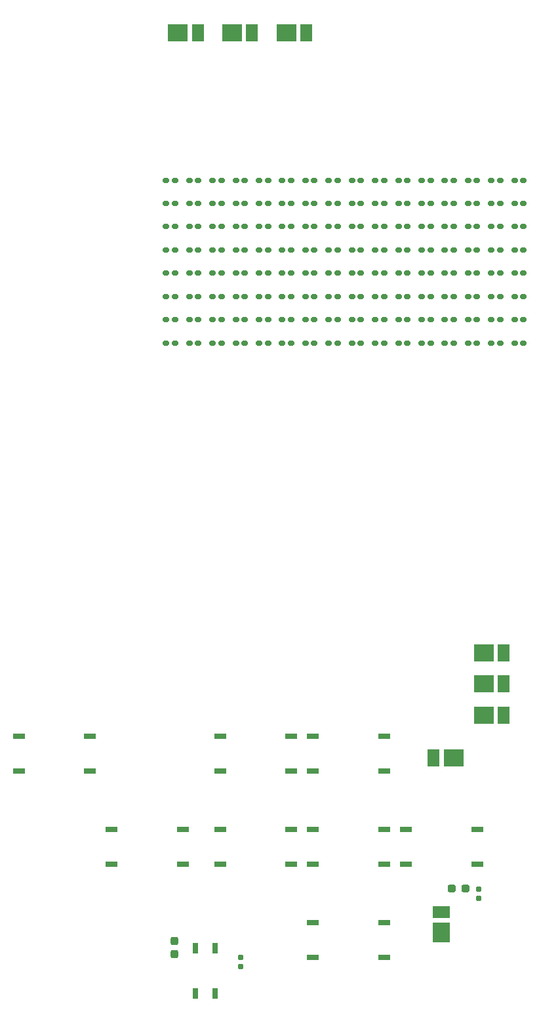
<source format=gbr>
%TF.GenerationSoftware,KiCad,Pcbnew,8.0.1*%
%TF.CreationDate,2024-06-28T01:19:19+08:00*%
%TF.ProjectId,pcb_badge,7063625f-6261-4646-9765-2e6b69636164,rev?*%
%TF.SameCoordinates,Original*%
%TF.FileFunction,Paste,Top*%
%TF.FilePolarity,Positive*%
%FSLAX46Y46*%
G04 Gerber Fmt 4.6, Leading zero omitted, Abs format (unit mm)*
G04 Created by KiCad (PCBNEW 8.0.1) date 2024-06-28 01:19:19*
%MOMM*%
%LPD*%
G01*
G04 APERTURE LIST*
G04 Aperture macros list*
%AMRoundRect*
0 Rectangle with rounded corners*
0 $1 Rounding radius*
0 $2 $3 $4 $5 $6 $7 $8 $9 X,Y pos of 4 corners*
0 Add a 4 corners polygon primitive as box body*
4,1,4,$2,$3,$4,$5,$6,$7,$8,$9,$2,$3,0*
0 Add four circle primitives for the rounded corners*
1,1,$1+$1,$2,$3*
1,1,$1+$1,$4,$5*
1,1,$1+$1,$6,$7*
1,1,$1+$1,$8,$9*
0 Add four rect primitives between the rounded corners*
20,1,$1+$1,$2,$3,$4,$5,0*
20,1,$1+$1,$4,$5,$6,$7,0*
20,1,$1+$1,$6,$7,$8,$9,0*
20,1,$1+$1,$8,$9,$2,$3,0*%
G04 Aperture macros list end*
%ADD10RoundRect,0.160000X-0.222500X-0.160000X0.222500X-0.160000X0.222500X0.160000X-0.222500X0.160000X0*%
%ADD11R,2.200000X2.500000*%
%ADD12R,2.200000X1.550000*%
%ADD13R,1.524000X0.762000*%
%ADD14R,2.500000X2.200000*%
%ADD15R,1.550000X2.200000*%
%ADD16R,0.700000X1.400000*%
%ADD17RoundRect,0.237500X-0.237500X0.300000X-0.237500X-0.300000X0.237500X-0.300000X0.237500X0.300000X0*%
%ADD18RoundRect,0.237500X-0.287500X-0.237500X0.287500X-0.237500X0.287500X0.237500X-0.287500X0.237500X0*%
%ADD19RoundRect,0.160000X0.160000X-0.197500X0.160000X0.197500X-0.160000X0.197500X-0.160000X-0.197500X0*%
G04 APERTURE END LIST*
D10*
%TO.C,D112*%
X114427502Y-62000000D03*
X115572502Y-62000000D03*
%TD*%
%TO.C,D21*%
X135427502Y-59000000D03*
X136572502Y-59000000D03*
%TD*%
%TO.C,D22*%
X138427502Y-59000000D03*
X139572502Y-59000000D03*
%TD*%
%TO.C,D124*%
X120427502Y-65000000D03*
X121572502Y-65000000D03*
%TD*%
D11*
%TO.C,D160*%
X144000000Y-150050000D03*
D12*
X144000000Y-147475000D03*
%TD*%
D10*
%TO.C,D157*%
X129427502Y-74000000D03*
X130572502Y-74000000D03*
%TD*%
%TO.C,D143*%
X117427502Y-71000000D03*
X118572502Y-71000000D03*
%TD*%
%TO.C,D55*%
X147427502Y-68000000D03*
X148572502Y-68000000D03*
%TD*%
D13*
%TO.C,SW3*%
X89402602Y-124749999D03*
X98597402Y-124749999D03*
X89402602Y-129250001D03*
X98597402Y-129250001D03*
%TD*%
D10*
%TO.C,D147*%
X129427502Y-71000000D03*
X130572502Y-71000000D03*
%TD*%
%TO.C,D96*%
X126427502Y-56000000D03*
X127572502Y-56000000D03*
%TD*%
%TO.C,D33*%
X141427502Y-62000000D03*
X142572502Y-62000000D03*
%TD*%
%TO.C,D104*%
X120427502Y-59000000D03*
X121572502Y-59000000D03*
%TD*%
%TO.C,D150*%
X108427502Y-74000000D03*
X109572502Y-74000000D03*
%TD*%
%TO.C,D152*%
X114427502Y-74000000D03*
X115572502Y-74000000D03*
%TD*%
D14*
%TO.C,D164*%
X109950000Y-34000000D03*
D15*
X112525000Y-34000000D03*
%TD*%
D10*
%TO.C,D51*%
X135427502Y-68000000D03*
X136572502Y-68000000D03*
%TD*%
%TO.C,D71*%
X135427502Y-74000000D03*
X136572502Y-74000000D03*
%TD*%
%TO.C,D113*%
X117427502Y-62000000D03*
X118572502Y-62000000D03*
%TD*%
%TO.C,D77*%
X153427502Y-74000000D03*
X154572502Y-74000000D03*
%TD*%
%TO.C,D43*%
X141427502Y-65000000D03*
X142572502Y-65000000D03*
%TD*%
%TO.C,D153*%
X117427502Y-74000000D03*
X118572502Y-74000000D03*
%TD*%
%TO.C,D110*%
X108427502Y-62000000D03*
X109572502Y-62000000D03*
%TD*%
D14*
%TO.C,D166*%
X123950000Y-34000000D03*
D15*
X126525000Y-34000000D03*
%TD*%
D16*
%TO.C,U6*%
X112230002Y-157900000D03*
X114770002Y-157900000D03*
X114770002Y-152100000D03*
X112230002Y-152100000D03*
%TD*%
D10*
%TO.C,D01*%
X135427502Y-53000000D03*
X136572502Y-53000000D03*
%TD*%
%TO.C,D136*%
X126427502Y-68000000D03*
X127572502Y-68000000D03*
%TD*%
%TO.C,D56*%
X150427502Y-68000000D03*
X151572502Y-68000000D03*
%TD*%
%TO.C,D05*%
X147427502Y-53000000D03*
X148572502Y-53000000D03*
%TD*%
%TO.C,D154*%
X120427502Y-74000000D03*
X121572502Y-74000000D03*
%TD*%
%TO.C,D16*%
X150427502Y-56000000D03*
X151572502Y-56000000D03*
%TD*%
%TO.C,D151*%
X111427502Y-74000000D03*
X112572502Y-74000000D03*
%TD*%
%TO.C,D66*%
X150427502Y-71000000D03*
X151572502Y-71000000D03*
%TD*%
%TO.C,D12*%
X138427502Y-56000000D03*
X139572502Y-56000000D03*
%TD*%
%TO.C,D76*%
X150427502Y-74000000D03*
X151572502Y-74000000D03*
%TD*%
%TO.C,D155*%
X123427502Y-74000000D03*
X124572502Y-74000000D03*
%TD*%
D17*
%TO.C,C60*%
X109500002Y-151137500D03*
X109500002Y-152862500D03*
%TD*%
D10*
%TO.C,D75*%
X147427502Y-74000000D03*
X148572502Y-74000000D03*
%TD*%
%TO.C,D67*%
X153427502Y-71000000D03*
X154572502Y-71000000D03*
%TD*%
%TO.C,D95*%
X123427502Y-56000000D03*
X124572502Y-56000000D03*
%TD*%
%TO.C,D134*%
X120427502Y-68000000D03*
X121572502Y-68000000D03*
%TD*%
%TO.C,D145*%
X123427502Y-71000000D03*
X124572502Y-71000000D03*
%TD*%
%TO.C,D125*%
X123427502Y-65000000D03*
X124572502Y-65000000D03*
%TD*%
%TO.C,D13*%
X141427502Y-56000000D03*
X142572502Y-56000000D03*
%TD*%
%TO.C,D44*%
X144427502Y-65000000D03*
X145572502Y-65000000D03*
%TD*%
%TO.C,D34*%
X144427502Y-62000000D03*
X145572502Y-62000000D03*
%TD*%
%TO.C,D114*%
X120427502Y-62000000D03*
X121572502Y-62000000D03*
%TD*%
%TO.C,D14*%
X144427502Y-56000000D03*
X145572502Y-56000000D03*
%TD*%
%TO.C,D103*%
X117427502Y-59000000D03*
X118572502Y-59000000D03*
%TD*%
%TO.C,D53*%
X141427502Y-68000000D03*
X142572502Y-68000000D03*
%TD*%
D14*
%TO.C,D163*%
X149450000Y-118000000D03*
D15*
X152025000Y-118000000D03*
%TD*%
D10*
%TO.C,D90*%
X108427502Y-56000000D03*
X109572502Y-56000000D03*
%TD*%
%TO.C,D156*%
X126427502Y-74000000D03*
X127572502Y-74000000D03*
%TD*%
D18*
%TO.C,D3*%
X145347500Y-144377500D03*
X147097500Y-144377500D03*
%TD*%
D10*
%TO.C,D62*%
X138427502Y-71000000D03*
X139572502Y-71000000D03*
%TD*%
%TO.C,D20*%
X132427502Y-59000000D03*
X133572502Y-59000000D03*
%TD*%
%TO.C,D36*%
X150427502Y-62000000D03*
X151572502Y-62000000D03*
%TD*%
%TO.C,D93*%
X117427502Y-56000000D03*
X118572502Y-56000000D03*
%TD*%
%TO.C,D60*%
X132427502Y-71000000D03*
X133572502Y-71000000D03*
%TD*%
%TO.C,D111*%
X111427502Y-62000000D03*
X112572502Y-62000000D03*
%TD*%
%TO.C,D32*%
X138427502Y-62000000D03*
X139572502Y-62000000D03*
%TD*%
%TO.C,D115*%
X123427502Y-62000000D03*
X124572502Y-62000000D03*
%TD*%
%TO.C,D30*%
X132427502Y-62000000D03*
X133572502Y-62000000D03*
%TD*%
%TO.C,D37*%
X153427502Y-62000000D03*
X154572502Y-62000000D03*
%TD*%
D14*
%TO.C,D167*%
X116950000Y-34000000D03*
D15*
X119525000Y-34000000D03*
%TD*%
D10*
%TO.C,D27*%
X153427502Y-59000000D03*
X154572502Y-59000000D03*
%TD*%
%TO.C,D07*%
X153427502Y-53000000D03*
X154572502Y-53000000D03*
%TD*%
%TO.C,D65*%
X147427502Y-71000000D03*
X148572502Y-71000000D03*
%TD*%
%TO.C,D97*%
X129427502Y-56000000D03*
X130572502Y-56000000D03*
%TD*%
%TO.C,D02*%
X138427502Y-53000000D03*
X139572502Y-53000000D03*
%TD*%
%TO.C,D141*%
X111427502Y-71000000D03*
X112572502Y-71000000D03*
%TD*%
D13*
%TO.C,SW6*%
X139402602Y-136749999D03*
X148597402Y-136749999D03*
X139402602Y-141250001D03*
X148597402Y-141250001D03*
%TD*%
D10*
%TO.C,D133*%
X117427502Y-68000000D03*
X118572502Y-68000000D03*
%TD*%
D13*
%TO.C,SW1*%
X101402602Y-136749999D03*
X110597402Y-136749999D03*
X101402602Y-141250001D03*
X110597402Y-141250001D03*
%TD*%
D10*
%TO.C,D126*%
X126427502Y-65000000D03*
X127572502Y-65000000D03*
%TD*%
%TO.C,D06*%
X150427502Y-53000000D03*
X151572502Y-53000000D03*
%TD*%
%TO.C,D84*%
X120427502Y-53000000D03*
X121572502Y-53000000D03*
%TD*%
%TO.C,D91*%
X111427502Y-56000000D03*
X112572502Y-56000000D03*
%TD*%
%TO.C,D130*%
X108427502Y-68000000D03*
X109572502Y-68000000D03*
%TD*%
%TO.C,D17*%
X153427502Y-56000000D03*
X154572502Y-56000000D03*
%TD*%
%TO.C,D24*%
X144427502Y-59000000D03*
X145572502Y-59000000D03*
%TD*%
D13*
%TO.C,SW2*%
X127402602Y-148749999D03*
X136597402Y-148749999D03*
X127402602Y-153250001D03*
X136597402Y-153250001D03*
%TD*%
D10*
%TO.C,D35*%
X147427502Y-62000000D03*
X148572502Y-62000000D03*
%TD*%
%TO.C,D04*%
X144427502Y-53000000D03*
X145572502Y-53000000D03*
%TD*%
%TO.C,D100*%
X108427502Y-59000000D03*
X109572502Y-59000000D03*
%TD*%
%TO.C,D74*%
X144427502Y-74000000D03*
X145572502Y-74000000D03*
%TD*%
%TO.C,D70*%
X132427502Y-74000000D03*
X133572502Y-74000000D03*
%TD*%
%TO.C,D106*%
X126427502Y-59000000D03*
X127572502Y-59000000D03*
%TD*%
%TO.C,D101*%
X111427502Y-59000000D03*
X112572502Y-59000000D03*
%TD*%
%TO.C,D132*%
X114427502Y-68000000D03*
X115572502Y-68000000D03*
%TD*%
%TO.C,D23*%
X141427502Y-59000000D03*
X142572502Y-59000000D03*
%TD*%
%TO.C,D57*%
X153427502Y-68000000D03*
X154572502Y-68000000D03*
%TD*%
%TO.C,D107*%
X129427502Y-59000000D03*
X130572502Y-59000000D03*
%TD*%
%TO.C,D123*%
X117427502Y-65000000D03*
X118572502Y-65000000D03*
%TD*%
%TO.C,D102*%
X114427502Y-59000000D03*
X115572502Y-59000000D03*
%TD*%
%TO.C,D64*%
X144427502Y-71000000D03*
X145572502Y-71000000D03*
%TD*%
%TO.C,D26*%
X150427502Y-59000000D03*
X151572502Y-59000000D03*
%TD*%
D14*
%TO.C,D162*%
X149450000Y-122000000D03*
D15*
X152025000Y-122000000D03*
%TD*%
D10*
%TO.C,D42*%
X138427502Y-65000000D03*
X139572502Y-65000000D03*
%TD*%
%TO.C,D46*%
X150427502Y-65000000D03*
X151572502Y-65000000D03*
%TD*%
%TO.C,D131*%
X111427502Y-68000000D03*
X112572502Y-68000000D03*
%TD*%
%TO.C,D50*%
X132427502Y-68000000D03*
X133572502Y-68000000D03*
%TD*%
D14*
%TO.C,D161*%
X145550000Y-127500000D03*
D15*
X142975000Y-127500000D03*
%TD*%
D10*
%TO.C,D144*%
X120427502Y-71000000D03*
X121572502Y-71000000D03*
%TD*%
%TO.C,D105*%
X123427502Y-59000000D03*
X124572502Y-59000000D03*
%TD*%
%TO.C,D116*%
X126427502Y-62000000D03*
X127572502Y-62000000D03*
%TD*%
%TO.C,D52*%
X138427502Y-68000000D03*
X139572502Y-68000000D03*
%TD*%
%TO.C,D00*%
X132427502Y-53000000D03*
X133572502Y-53000000D03*
%TD*%
%TO.C,D85*%
X123427502Y-53000000D03*
X124572502Y-53000000D03*
%TD*%
D13*
%TO.C,SW8*%
X127402602Y-124749999D03*
X136597402Y-124749999D03*
X127402602Y-129250001D03*
X136597402Y-129250001D03*
%TD*%
D10*
%TO.C,D142*%
X114427502Y-71000000D03*
X115572502Y-71000000D03*
%TD*%
%TO.C,D63*%
X141427502Y-71000000D03*
X142572502Y-71000000D03*
%TD*%
%TO.C,D140*%
X108427502Y-71000000D03*
X109572502Y-71000000D03*
%TD*%
D13*
%TO.C,SW5*%
X127402602Y-136749999D03*
X136597402Y-136749999D03*
X127402602Y-141250001D03*
X136597402Y-141250001D03*
%TD*%
D10*
%TO.C,D82*%
X114427502Y-53000000D03*
X115572502Y-53000000D03*
%TD*%
%TO.C,D47*%
X153427502Y-65000000D03*
X154572502Y-65000000D03*
%TD*%
%TO.C,D83*%
X117427502Y-53000000D03*
X118572502Y-53000000D03*
%TD*%
%TO.C,D15*%
X147427502Y-56000000D03*
X148572502Y-56000000D03*
%TD*%
%TO.C,D92*%
X114427502Y-56000000D03*
X115572502Y-56000000D03*
%TD*%
%TO.C,D41*%
X135427502Y-65000000D03*
X136572502Y-65000000D03*
%TD*%
%TO.C,D122*%
X114427502Y-65000000D03*
X115572502Y-65000000D03*
%TD*%
%TO.C,D94*%
X120427502Y-56000000D03*
X121572502Y-56000000D03*
%TD*%
D13*
%TO.C,SW4*%
X115402602Y-136749999D03*
X124597402Y-136749999D03*
X115402602Y-141250001D03*
X124597402Y-141250001D03*
%TD*%
D10*
%TO.C,D25*%
X147427502Y-59000000D03*
X148572502Y-59000000D03*
%TD*%
D19*
%TO.C,R61*%
X118050002Y-154497500D03*
X118050002Y-153302500D03*
%TD*%
D10*
%TO.C,D80*%
X108427502Y-53000000D03*
X109572502Y-53000000D03*
%TD*%
%TO.C,D135*%
X123427502Y-68000000D03*
X124572502Y-68000000D03*
%TD*%
D19*
%TO.C,R29*%
X148800000Y-145697500D03*
X148800000Y-144502500D03*
%TD*%
D10*
%TO.C,D40*%
X132427502Y-65000000D03*
X133572502Y-65000000D03*
%TD*%
%TO.C,D120*%
X108427502Y-65000000D03*
X109572502Y-65000000D03*
%TD*%
%TO.C,D11*%
X135427502Y-56000000D03*
X136572502Y-56000000D03*
%TD*%
%TO.C,D87*%
X129427502Y-53000000D03*
X130572502Y-53000000D03*
%TD*%
D14*
%TO.C,D165*%
X149450000Y-114000000D03*
D15*
X152025000Y-114000000D03*
%TD*%
D10*
%TO.C,D81*%
X111427502Y-53000000D03*
X112572502Y-53000000D03*
%TD*%
%TO.C,D127*%
X129427502Y-65000000D03*
X130572502Y-65000000D03*
%TD*%
%TO.C,D72*%
X138427502Y-74000000D03*
X139572502Y-74000000D03*
%TD*%
%TO.C,D137*%
X129427502Y-68000000D03*
X130572502Y-68000000D03*
%TD*%
%TO.C,D54*%
X144427502Y-68000000D03*
X145572502Y-68000000D03*
%TD*%
%TO.C,D03*%
X141427502Y-53000000D03*
X142572502Y-53000000D03*
%TD*%
%TO.C,D10*%
X132427502Y-56000000D03*
X133572502Y-56000000D03*
%TD*%
%TO.C,D117*%
X129427502Y-62000000D03*
X130572502Y-62000000D03*
%TD*%
%TO.C,D45*%
X147427502Y-65000000D03*
X148572502Y-65000000D03*
%TD*%
%TO.C,D61*%
X135427502Y-71000000D03*
X136572502Y-71000000D03*
%TD*%
D13*
%TO.C,SW7*%
X115402602Y-124749999D03*
X124597402Y-124749999D03*
X115402602Y-129250001D03*
X124597402Y-129250001D03*
%TD*%
D10*
%TO.C,D146*%
X126427502Y-71000000D03*
X127572502Y-71000000D03*
%TD*%
%TO.C,D86*%
X126427502Y-53000000D03*
X127572502Y-53000000D03*
%TD*%
%TO.C,D121*%
X111427502Y-65000000D03*
X112572502Y-65000000D03*
%TD*%
%TO.C,D31*%
X135427502Y-62000000D03*
X136572502Y-62000000D03*
%TD*%
%TO.C,D73*%
X141427502Y-74000000D03*
X142572502Y-74000000D03*
%TD*%
M02*

</source>
